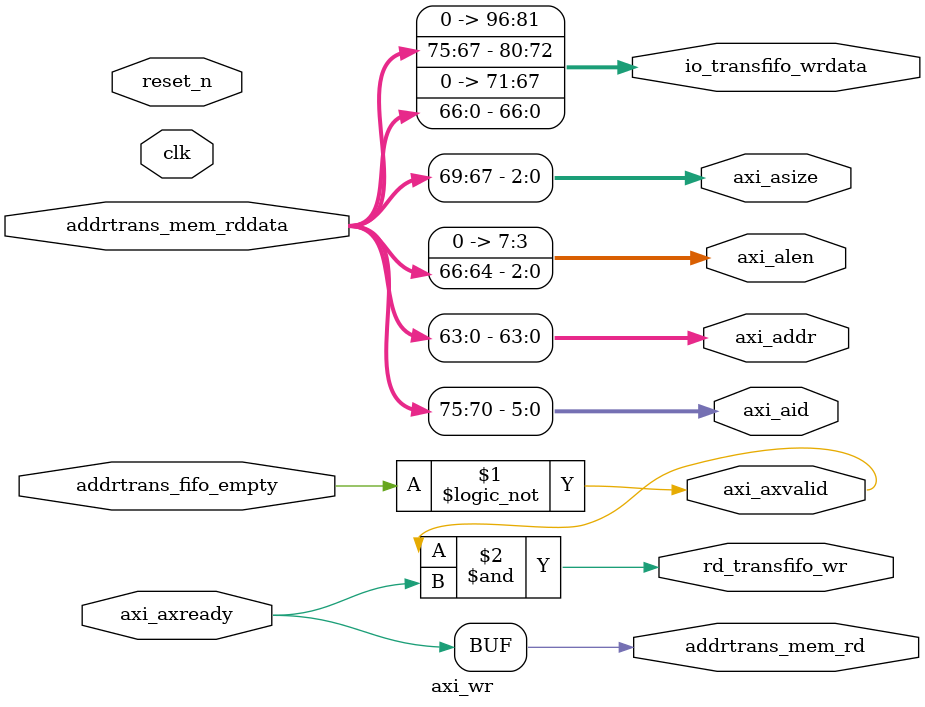
<source format=v>
module axi_wr(
input clk,
input reset_n,
input [96:0]addrtrans_mem_rddata,
input addrtrans_fifo_empty,
input axi_axready,
output addrtrans_mem_rd,
output [5:0] axi_aid,
output [63:0] axi_addr,
output [7:0] axi_alen,
output [2:0] axi_asize,
output axi_axvalid,
output rd_transfifo_wr,
output [96:0]io_transfifo_wrdata
);

assign addrtrans_mem_rd = axi_axready;
assign axi_addr = addrtrans_mem_rddata[63:0];
assign axi_axvalid = !addrtrans_fifo_empty;
assign rd_transfifo_wr = axi_axvalid & axi_axready;
assign io_transfifo_wrdata = {axi_aid,axi_asize,axi_alen,axi_addr};
assign axi_alen = addrtrans_mem_rddata[66 : 64];
assign axi_asize = addrtrans_mem_rddata[69 : 67];
assign axi_aid = addrtrans_mem_rddata[ 77 :70 ];

endmodule
</source>
